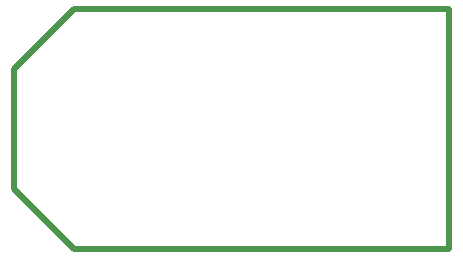
<source format=gko>
G04 Layer_Color=16720538*
%FSAX24Y24*%
%MOIN*%
G70*
G01*
G75*
%ADD26C,0.0100*%
%ADD55C,0.0200*%
D26*
X-014500Y002000D02*
X-012500Y000000D01*
X000000D01*
Y008000D01*
X-012500D02*
X000000D01*
X-014500Y006000D02*
X-012500Y008000D01*
X-014500Y002000D02*
Y006000D01*
D55*
X000000Y000000D02*
Y008000D01*
X-012500D02*
X000000D01*
X-014500Y006000D02*
X-012500Y008000D01*
X-014500Y002000D02*
Y006000D01*
Y002000D02*
X-012500Y000000D01*
X000000D01*
M02*

</source>
